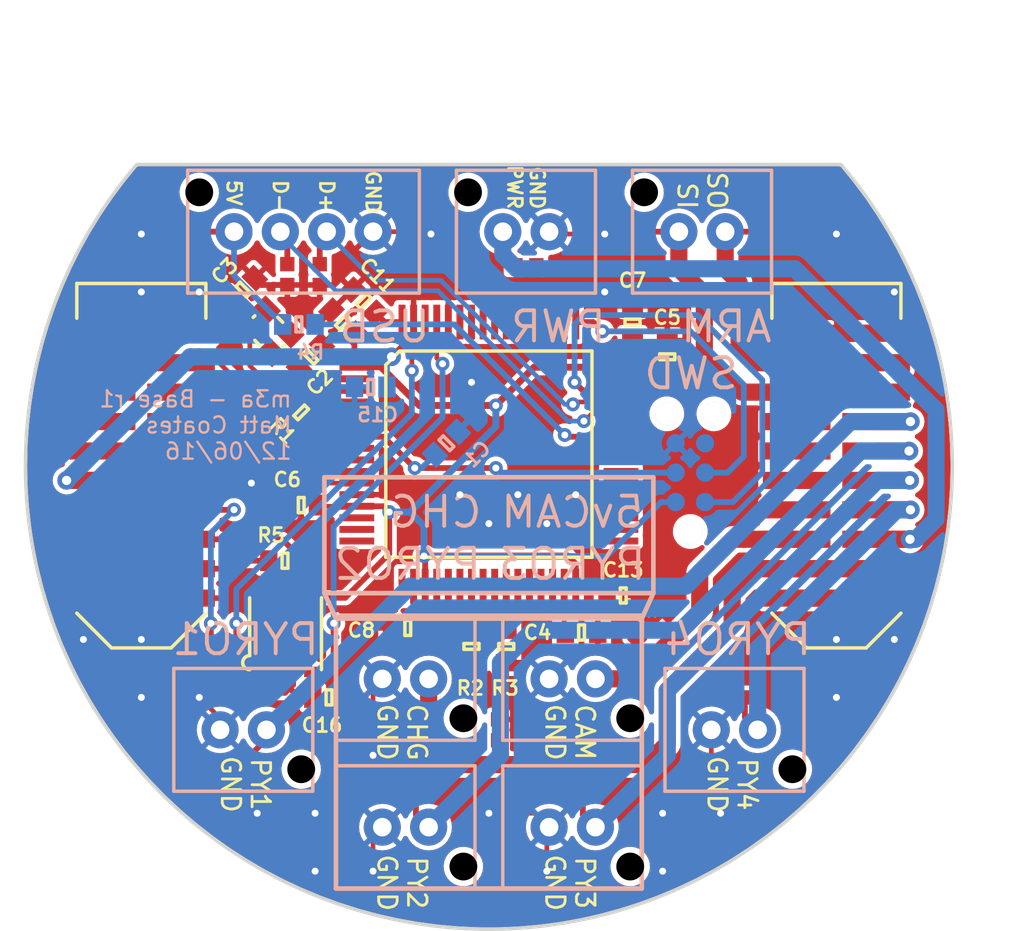
<source format=kicad_pcb>
(kicad_pcb (version 20221018) (generator pcbnew)
  (layers (0 "F.Cu" signal) (31 "B.Cu" signal) (34 "B.Paste" user) (35 "F.Paste" user) (36 "B.SilkS" user "B.Silkscreen") (37 "F.SilkS" user "F.Silkscreen") (38 "B.Mask" user) (39 "F.Mask" user) (44 "Edge.Cuts" user))
  (net 0 "")
  (net 1 "GND")
  (net 2 "/~{RST}")
  (net 3 "Net-(C2-Pad2)")
  (net 4 "Net-(C3-Pad2)")
  (net 5 "Net-(C4-Pad2)")
  (net 6 "Net-(C5-Pad2)")
  (net 7 "3v3")
  (net 8 "Net-(IC1-Pad2)")
  (net 9 "Net-(IC1-Pad3)")
  (net 10 "Net-(IC1-Pad4)")
  (net 11 "Net-(IC1-Pad6)")
  (net 12 "/JTMS")
  (net 13 "/JTCK")
  (net 14 "/JTDO")
  (net 15 "Net-(IC1-Pad14)")
  (net 16 "Net-(IC1-Pad15)")
  (net 17 "Net-(IC1-Pad16)")
  (net 18 "Net-(IC1-Pad17)")
  (net 19 "Net-(IC1-Pad20)")
  (net 20 "Net-(IC1-Pad21)")
  (net 21 "Net-(IC1-Pad22)")
  (net 22 "Net-(IC1-Pad23)")
  (net 23 "Net-(IC1-Pad24)")
  (net 24 "Net-(IC1-Pad25)")
  (net 25 "Net-(IC1-Pad26)")
  (net 26 "Net-(IC1-Pad27)")
  (net 27 "Net-(IC1-Pad28)")
  (net 28 "Net-(IC1-Pad29)")
  (net 29 "Net-(IC1-Pad30)")
  (net 30 "Net-(IC1-Pad33)")
  (net 31 "Net-(IC1-Pad34)")
  (net 32 "Net-(IC1-Pad35)")
  (net 33 "Net-(IC1-Pad36)")
  (net 34 "Net-(IC1-Pad37)")
  (net 35 "Net-(IC1-Pad38)")
  (net 36 "Net-(IC1-Pad39)")
  (net 37 "Net-(IC1-Pad40)")
  (net 38 "Net-(IC1-Pad41)")
  (net 39 "/OTG_HS_VBUS")
  (net 40 "Net-(IC1-Pad43)")
  (net 41 "/OTG_HS_DM")
  (net 42 "/OTG_HS_DP")
  (net 43 "/SWDIO")
  (net 44 "/SWCLK")
  (net 45 "Net-(IC1-Pad50)")
  (net 46 "Net-(IC1-Pad51)")
  (net 47 "Net-(IC1-Pad52)")
  (net 48 "Net-(IC1-Pad53)")
  (net 49 "Net-(IC1-Pad54)")
  (net 50 "Net-(IC1-Pad55)")
  (net 51 "Net-(IC1-Pad56)")
  (net 52 "Net-(IC1-Pad57)")
  (net 53 "Net-(IC1-Pad58)")
  (net 54 "Net-(IC1-Pad59)")
  (net 55 "/CAN_RXD")
  (net 56 "/CAN_TXD")
  (net 57 "/CAN-")
  (net 58 "/CAN+")
  (net 59 "/3v3_IMU")
  (net 60 "/3v3_RADIO")
  (net 61 "/3v3_FC")
  (net 62 "/3v3_PYRO")
  (net 63 "/JTDR")
  (net 64 "/RSVD1")
  (net 65 "/3v3_AUX1")
  (net 66 "/3v3_AUX2")
  (net 67 "/RSVD2")
  (net 68 "/PYRO_SO")
  (net 69 "/PYRO_SI")
  (net 70 "/5v_RADIO")
  (net 71 "/PYRO1")
  (net 72 "/5v_IMU")
  (net 73 "/PYRO2")
  (net 74 "/5v_AUX1")
  (net 75 "/PYRO3")
  (net 76 "/5v_AUX2")
  (net 77 "/PYRO4")
  (net 78 "/5v_CAM")
  (net 79 "/PWR")
  (net 80 "/CHARGE")
  (net 81 "Net-(P1-Pad6)")
  (net 82 "/5v_CAN")
  (net 83 "Net-(D7-Pad1)")
  (footprint "agg:0603-L" (layer "F.Cu") (at 104 107.2 180)
    (fp_text reference "C4")
    (fp_text value "2u2")
  )
  (footprint "agg:0603-L" (layer "F.Cu") (at 107.7 95.3 -90)
    (fp_text reference "C5")
    (fp_text value "2u2")
  )
  (footprint "agg:0603-L" (layer "F.Cu") (at 91.9 101.7 180)
    (fp_text reference "C6")
    (fp_text value "1u")
  )
  (footprint "agg:0603-L" (layer "F.Cu") (at 106.2 93.8 90)
    (fp_text reference "C7")
    (fp_text value "100n")
  )
  (footprint "agg:0603-L" (layer "F.Cu") (at 96.5 107 180)
    (fp_text reference "C8")
    (fp_text value "100n")
  )
  (footprint "agg:0603-L" (layer "F.Cu") (at 94.6 92.9 135)
    (fp_text reference "C11")
    (fp_text value "100n")
  )
  (footprint "agg:0603-L" (layer "F.Cu") (at 93.7 93.8 135)
    (fp_text reference "C12")
    (fp_text value "100n")
  )
  (footprint "agg:0603-L" (layer "F.Cu") (at 105.8 105.6)
    (fp_text reference "C13")
    (fp_text value "100n")
  )
  (footprint "agg:0603-L" (layer "F.Cu") (at 99.25 107.8 90)
    (fp_text reference "R2")
    (fp_text value "4K7")
  )
  (footprint "agg:0603-L" (layer "F.Cu") (at 100.75 107.8 90)
    (fp_text reference "R3")
    (fp_text value "10K")
  )
  (footprint "agg:0603-L" (layer "F.Cu") (at 92.3 95.3 -135)
    (fp_text reference "C2")
    (fp_text value "10p")
  )
  (footprint "agg:0603-L" (layer "F.Cu") (at 89.4 92.4 -135)
    (fp_text reference "C3")
    (fp_text value "10p")
  )
  (footprint "agg:0603-L" (layer "F.Cu") (at 93.1 110)
    (fp_text reference "C16")
    (fp_text value "100n")
  )
  (footprint "agg:LQFP-64" (layer "F.Cu") (at 100 99.5)
    (fp_text reference "IC1")
    (fp_text value "STM32F405RxTx")
  )
  (footprint "agg:DFN-8-EP-MICROCHIP" (layer "F.Cu") (at 91.225 107.25 90)
    (fp_text reference "IC2")
    (fp_text value "MCP2562")
  )
  (footprint "agg:TFML-110-02-L-D" (layer "F.Cu") (at 85 100 -90)
    (fp_text reference "J1")
    (fp_text value "WEST TOP")
  )
  (footprint "agg:TFML-110-02-L-D" (layer "F.Cu") (at 115 100 -90)
    (fp_text reference "J2")
    (fp_text value "EAST TOP")
  )
  (footprint "agg:0603-L" (layer "F.Cu") (at 91.9 97.7 -45)
    (fp_text reference "R1")
    (fp_text value "100R")
  )
  (footprint "agg:0603-L" (layer "F.Cu") (at 91.2 104.1 180)
    (fp_text reference "R5")
    (fp_text value "120R")
  )
  (footprint "agg:XTAL-20x16" (layer "F.Cu") (at 90.5 94.2 45)
    (fp_text reference "Y1")
    (fp_text value "26MHz")
  )
  (footprint "agg:0402" (layer "F.Cu") (at 86.8 111.4 90)
    (fp_text reference "D1")
    (fp_text value "ESD_DIODE")
  )
  (footprint "agg:0402" (layer "F.Cu") (at 96.4 114.2 180)
    (fp_text reference "D2")
    (fp_text value "ESD_DIODE")
  )
  (footprint "agg:0402" (layer "F.Cu") (at 103.605 114.2 180)
    (fp_text reference "D3")
    (fp_text value "ESD_DIODE")
  )
  (footprint "agg:0402" (layer "F.Cu") (at 110.6 110 180)
    (fp_text reference "D4")
    (fp_text value "ESD_DIODE")
  )
  (footprint "agg:0402" (layer "F.Cu") (at 92.7 91.75 -90)
    (fp_text reference "D5")
    (fp_text value "ESD_DIODE")
  )
  (footprint "agg:0402" (layer "F.Cu") (at 91.3 91.75 -90)
    (fp_text reference "D6")
    (fp_text value "ESD_DIODE")
  )
  (footprint "agg:0402" (layer "F.Cu") (at 86.95 89.9 180)
    (fp_text reference "D7")
    (fp_text value "ESD_DIODE")
  )
  (footprint "agg:0402" (layer "F.Cu") (at 101.6 91.35)
    (fp_text reference "D8")
    (fp_text value "ESD_DIODE")
  )
  (footprint "agg:0402" (layer "F.Cu") (at 106.718198 107.181802 45)
    (fp_text reference "D9")
    (fp_text value "ESD_DIODE")
  )
  (footprint "agg:0402" (layer "F.Cu") (at 100.4 111.4 90)
    (fp_text reference "D10")
    (fp_text value "ESD_DIODE")
  )
  (footprint "agg:0402" (layer "F.Cu") (at 112.15 89.9)
    (fp_text reference "D11")
    (fp_text value "ESD_DIODE")
  )
  (footprint "agg:0402" (layer "F.Cu") (at 106.3 89.9 180)
    (fp_text reference "D12")
    (fp_text value "ESD_DIODE")
  )
  (footprint "agg:0603-L" (layer "B.Cu") (at 98.16967 99.03033 -135)
    (fp_text reference "C1")
    (fp_text value "100n")
  )
  (footprint "agg:0603-L" (layer "B.Cu") (at 94.9 96.6 180)
    (fp_text reference "C15")
    (fp_text value "4u7")
  )
  (footprint "agg:B02B-PASK" (layer "B.Cu") (at 89.4 111.4)
    (fp_text reference "J5")
    (fp_text value "PYRO1")
  )
  (footprint "agg:B02B-PASK" (layer "B.Cu") (at 103.6 115.6)
    (fp_text reference "J6")
    (fp_text value "PYRO3")
  )
  (footprint "agg:B02B-PASK" (layer "B.Cu") (at 109.2 89.9 180)
    (fp_text reference "J7")
    (fp_text value "ARM")
  )
  (footprint "agg:B02B-PASK" (layer "B.Cu") (at 96.4 115.6)
    (fp_text reference "J8")
    (fp_text value "PYRO2")
  )
  (footprint "agg:B02B-PASK" (layer "B.Cu") (at 110.6 111.4)
    (fp_text reference "J9")
    (fp_text value "PYRO4")
  )
  (footprint "agg:B02B-PASK" (layer "B.Cu") (at 101.6 89.9 180)
    (fp_text reference "J10")
    (fp_text value "PWR")
  )
  (footprint "agg:B02B-PASK" (layer "B.Cu") (at 96.4 109.2)
    (fp_text reference "J11")
    (fp_text value "CHG")
  )
  (footprint "agg:B02B-PASK" (layer "B.Cu") (at 103.6 109.2)
    (fp_text reference "J12")
    (fp_text value "CAM")
  )
  (footprint "agg:B04B-PASK" (layer "B.Cu") (at 92 89.9 180)
    (fp_text reference "J13")
    (fp_text value "USB")
  )
  (footprint "agg:TC2030-NL" (layer "B.Cu") (at 108.7 100.3 90)
    (fp_text reference "P1")
    (fp_text value "SWD_TC")
  )
  (footprint "agg:0603-L" (layer "B.Cu") (at 91.8 93.9)
    (fp_text reference "R4")
    (fp_text value "1K")
  )
  (gr_line (start 92.9 105.5) (end 93.4 106.6) (stroke (width 0.2)) (layer "B.SilkS"))
  (gr_line (start 93.4 106.5) (end 93.4 118.25) (stroke (width 0.2)) (layer "B.SilkS"))
  (gr_line (start 106.6 106.6) (end 107.1 105.5) (stroke (width 0.2)) (layer "B.SilkS"))
  (gr_line (start 93.4 106.6) (end 106.6 106.6) (stroke (width 0.2)) (layer "B.SilkS"))
  (gr_line (start 107.1 100.5) (end 92.9 100.5) (stroke (width 0.2)) (layer "B.SilkS"))
  (gr_line (start 107.1 105.5) (end 92.9 105.5) (stroke (width 0.2)) (layer "B.SilkS"))
  (gr_line (start 106.125 106.475) (end 106.625 106.475) (stroke (width 0.2)) (layer "B.SilkS"))
  (gr_line (start 93.4 106.475) (end 102.65 106.475) (stroke (width 0.2)) (layer "B.SilkS"))
  (gr_line (start 102.65 106.475) (end 106.125 106.475) (stroke (width 0.2)) (layer "B.SilkS"))
  (gr_line (start 93.4 118.25) (end 106.6 118.25) (stroke (width 0.2)) (layer "B.SilkS"))
  (gr_line (start 107.1 100.5) (end 107.1 105.5) (stroke (width 0.2)) (layer "B.SilkS"))
  (gr_line (start 106.6 118.25) (end 106.6 106.55) (stroke (width 0.2)) (layer "B.SilkS"))
  (gr_line (start 92.9 105.5) (end 92.9 100.5) (stroke (width 0.2)) (layer "B.SilkS"))
  (gr_arc (start 115.2 87) (mid 100 120.001) (end 84.8 87) (stroke (width 0.15)) (layer "Edge.Cuts"))
  (gr_line (start 84.8 87) (end 115.2 87) (stroke (width 0.15)) (layer "Edge.Cuts"))
  (gr_text "R4" (at 92.3 95.1) (layer "B.SilkS") (effects (font (size 0.6 0.6) (thickness 0.12)) (justify mirror)))
  (gr_text "C1" (at 99.5 99.5 45) (layer "B.SilkS") (effects (font (size 0.6 0.6) (thickness 0.12)) (justify mirror)))
  (gr_text "C15" (at 95.2 97.8) (layer "B.SilkS") (effects (font (size 0.6 0.6) (thickness 0.12)) (justify mirror)))
  (gr_text "USB" (at 95.5 94) (layer "B.SilkS") (effects (font (size 1.3 1.3) (thickness 0.17)) (justify mirror)))
  (gr_text "PWR" (at 103 94) (layer "B.SilkS") (effects (font (size 1.3 1.3) (thickness 0.17)) (justify mirror)))
  (gr_text "ARM" (at 110.25 94) (layer "B.SilkS") (effects (font (size 1.3 1.3) (thickness 0.17)) (justify mirror)))
  (gr_text "PYRO1" (at 89.5 107.5) (layer "B.SilkS") (effects (font (size 1.3 1.3) (thickness 0.17)) (justify mirror)))
  (gr_text "PYRO2" (at 96.5 104.25) (layer "B.SilkS") (effects (font (size 1.3 1.3) (thickness 0.17)) (justify mirror)))
  (gr_text "CHG" (at 97.7 102) (layer "B.SilkS") (effects (font (size 1.3 1.3) (thickness 0.17)) (justify mirror)))
  (gr_text "5vCAM" (at 103.6 102) (layer "B.SilkS") (effects (font (size 1.3 1.3) (thickness 0.17)) (justify mirror)))
  (gr_text "PYRO3" (at 103.6 104.25) (layer "B.SilkS") (effects (font (size 1.3 1.3) (thickness 0.17)) (justify mirror)))
  (gr_text "PYRO4" (at 110.75 107.5) (layer "B.SilkS") (effects (font (size 1.3 1.3) (thickness 0.17)) (justify mirror)))
  (gr_text "SWD" (at 108.725 96.025) (layer "B.SilkS") (effects (font (size 1.3 1.3) (thickness 0.17)) (justify mirror)))
  (gr_text "m3a - Base r1\nMatt Coates\n12/06/16" (at 91.55 98.25) (layer "B.SilkS") (effects (font (size 0.7 0.7) (thickness 0.1)) (justify left mirror)))
  (gr_text "C3" (at 88.6 91.6 45) (layer "F.SilkS") (effects (font (size 0.6 0.6) (thickness 0.12))))
  (gr_text "C2" (at 92.7 96.4 45) (layer "F.SilkS") (effects (font (size 0.6 0.6) (thickness 0.12))))
  (gr_text "R1" (at 91.1 98.5 315) (layer "F.SilkS") (effects (font (size 0.6 0.6) (thickness 0.12))))
  (gr_text "C6" (at 91.3 100.6) (layer "F.SilkS") (effects (font (size 0.6 0.6) (thickness 0.12))))
  (gr_text "R5" (at 90.6 103) (layer "F.SilkS") (effects (font (size 0.6 0.6) (thickness 0.12))))
  (gr_text "C8" (at 94.5 107.1) (layer "F.SilkS") (effects (font (size 0.6 0.6) (thickness 0.12))))
  (gr_text "R2" (at 99.2 109.6) (layer "F.SilkS") (effects (font (size 0.6 0.6) (thickness 0.12))))
  (gr_text "R3" (at 100.7 109.6) (layer "F.SilkS") (effects (font (size 0.6 0.6) (thickness 0.12))))
  (gr_text "C4" (at 102.1 107.2) (layer "F.SilkS") (effects (font (size 0.6 0.6) (thickness 0.12))))
  (gr_text "C13" (at 105.8 104.5) (layer "F.SilkS") (effects (font (size 0.6 0.6) (thickness 0.12))))
  (gr_text "C7" (at 106.2 92) (layer "F.SilkS") (effects (font (size 0.6 0.6) (thickness 0.12))))
  (gr_text "C5" (at 107.7 93.6) (layer "F.SilkS") (effects (font (size 0.6 0.6) (thickness 0.12))))
  (gr_text "C16" (at 92.8 111.2) (layer "F.SilkS") (effects (font (size 0.6 0.6) (thickness 0.12))))
  (gr_text "PY1\nGND" (at 89.5 113.75 270) (layer "F.SilkS") (effects (font (size 0.8 0.8) (thickness 0.12))))
  (gr_text "PY2\nGND" (at 96.25 118 270) (layer "F.SilkS") (effects (font (size 0.8 0.8) (thickness 0.12))))
  (gr_text "PY3\nGND" (at 103.5 118 270) (layer "F.SilkS") (effects (font (size 0.8 0.8) (thickness 0.12))))
  (gr_text "PY4\nGND" (at 110.5 113.75 270) (layer "F.SilkS") (effects (font (size 0.8 0.8) (thickness 0.12))))
  (gr_text "CAM\nGND" (at 103.5 111.5 270) (layer "F.SilkS") (effects (font (size 0.8 0.8) (thickness 0.12))))
  (gr_text "CHG\nGND" (at 96.25 111.5 270) (layer "F.SilkS") (effects (font (size 0.8 0.8) (thickness 0.12))))
  (gr_text "SO\nSI" (at 109.2 89 270) (layer "F.SilkS") (effects (font (size 0.8 0.8) (thickness 0.12)) (justify right)))
  (gr_text "GND\nPWR" (at 101.6 89 270) (layer "F.SilkS") (effects (font (size 0.6 0.6) (thickness 0.12)) (justify right)))
  (gr_text "5V" (at 89 87.6 270) (layer "F.SilkS") (effects (font (size 0.6 0.6) (thickness 0.12)) (justify left)))
  (gr_text "D-" (at 91 87.6 270) (layer "F.SilkS") (effects (font (size 0.6 0.6) (thickness 0.12)) (justify left)))
  (gr_text "D+" (at 93 87.6 270) (layer "F.SilkS") (effects (font (size 0.6 0.6) (thickness 0.12)) (justify left)))
  (gr_text "GND" (at 95 87.2 270) (layer "F.SilkS") (effects (font (size 0.6 0.6) (thickness 0.12)) (justify left)))
  (gr_text "C11" (at 95.2 91.8 315) (layer "F.SilkS") (effects (font (size 0.6 0.6) (thickness 0.12))))
  (segment (start 90.9 107.575) (end 91.225 107.25) (width 0.25) (layer "F.Cu") (net 1))
  (segment (start 83.285 105.715) (end 86.715 105.715) (width 0.74) (layer "F.Cu") (net 1))
  (segment (start 95 117.5) (end 95 116) (width 0.2) (layer "F.Cu") (net 1))
  (segment (start 92.85 94.96005) (end 92.794975 94.905025) (width 0.2) (layer "F.Cu") (net 1))
  (segment (start 92.5 115) (end 90 115) (width 0.2) (layer "F.Cu") (net 1))
  (segment (start 92.5 117.5) (end 95 117.5) (width 0.2) (layer "F.Cu") (net 1))
  (segment (start 95 89.9) (end 97.4 89.9) (width 0.2) (layer "F.Cu") (net 1))
  (segment (start 102.5 102.5) (end 103.75 101.25) (width 0.2) (layer "F.Cu") (net 1))
  (segment (start 107.5 115) (end 107.5 117.5) (width 0.2) (layer "F.Cu") (net 1))
  (segment (start 115 107.5) (end 115 105.715) (width 0.2) (layer "F.Cu") (net 1))
  (segment (start 97.4 89.9) (end 97.5 90) (width 0.2) (layer "F.Cu") (net 1))
  (segment (start 110 115) (end 109.5 115) (width 0.2) (layer "F.Cu") (net 1))
  (segment (start 113.285 105.715) (end 115 105.715) (width 0.74) (layer "F.Cu") (net 1))
  (segment (start 89.75 100.75) (end 90.25 100.75) (width 0.2) (layer "F.Cu") (net 1))
  (segment (start 113.285 94.285) (end 115 94.285) (width 0.74) (layer "F.Cu") (net 1))
  (segment (start 96.5 106.4) (end 96.5 107) (width 0.2) (layer "F.Cu") (net 1))
  (segment (start 101.25 101.25) (end 102.5 102.5) (width 0.2) (layer "F.Cu") (net 1))
  (segment (start 91.3 92.2) (end 90.18995 92.2) (width 0.25) (layer "F.Cu") (net 1))
  (segment (start 115 90) (end 117.5 92.5) (width 0.2) (layer "F.Cu") (net 1))
  (segment (start 100 102.5) (end 101.25 101.25) (width 0.2) (layer "F.Cu") (net 1))
  (segment (start 95 112.5) (end 95 109.6) (width 0.2) (layer "F.Cu") (net 1))
  (segment (start 96.5 107) (end 95.8 107) (width 0.2) (layer "F.Cu") (net 1))
  (segment (start 92.83033 94.86967) (end 92.83033 94.88033) (width 0.25) (layer "F.Cu") (net 1))
  (segment (start 85 94.285) (end 86.715 94.285) (width 0.74) (layer "F.Cu") (net 1))
  (segment (start 85 92.5) (end 87.5 92.5) (width 0.2) (layer "F.Cu") (net 1))
  (segment (start 109.5 115) (end 107.5 115) (width 0.2) (layer "F.Cu") (net 1))
  (segment (start 88.4 110.9) (end 88.4 111.4) (width 0.2) (layer "F.Cu") (net 1))
  (segment (start 95 109.6) (end 95.4 109.2) (width 0.2) (layer "F.Cu") (net 1))
  (segment (start 95 116) (end 95.4 115.6) (width 0.2) (layer "F.Cu") (net 1))
  (segment (start 102.5 117.5) (end 102.5 115.7) (width 0.2) (layer "F.Cu") (net 1))
  (segment (start 105 92.5) (end 105.6 92.5) (width 0.2) (layer "F.Cu") (net 1))
  (segment (start 90.9 108.8) (end 90.9 107.575) (width 0.25) (layer "F.Cu") (net 1))
  (segment (start 105 90) (end 102.7 90) (width 0.2) (layer "F.Cu") (net 1))
  (segment (start 87.5 110) (end 88.4 110.9) (width 0.2) (layer "F.Cu") (net 1))
  (segment (start 109.6 114.9) (end 109.5 115) (width 0.2) (layer "F.Cu") (net 1))
  (segment (start 87.5 110) (end 85 110) (width 0.2) (layer "F.Cu") (net 1))
  (segment (start 92.5 117.5) (end 92.5 115) (width 0.2) (layer "F.Cu") (net 1))
  (segment (start 102 115) (end 102.6 115.6) (width 0.2) (layer "F.Cu") (net 1))
  (segment (start 102.5 115.7) (end 102.6 115.6) (width 0.2) (layer "F.Cu") (net 1))
  (segment (start 90.18995 92.2) (end 89.894975 91.905025) (width 0.25) (layer "F.Cu") (net 1))
  (segment (start 115 90) (end 115 94.285) (width 0.2) (layer "F.Cu") (net 1))
  (segment (start 83.285 94.285) (end 85 94.285) (width 0.74) (layer "F.Cu") (net 1))
  (segment (start 117.5 107.5) (end 115 107.5) (width 0.2) (layer "F.Cu") (net 1))
  (segment (start 115 105.715) (end 116.715 105.715) (width 0.74) (layer "F.Cu") (net 1))
  (segment (start 85 92.5) (end 85 94.285) (width 0.2) (layer "F.Cu") (net 1))
  (segment (start 105.6 92.5) (end 106.2 93.1) (width 0.2) (layer "F.Cu") (net 1))
  (segment (start 98.75 101.25) (end 100 102.5) (width 0.2) (layer "F.Cu") (net 1))
  (segment (start 100 115) (end 102 115) (width 0.2) (layer "F.Cu") (net 1))
  (segment (start 102.7 90) (end 102.6 89.9) (width 0.2) (layer "F.Cu") (net 1))
  (segment (start 109.6 111.4) (end 109.6 114.9) (width 0.2) (layer "F.Cu") (net 1))
  (segment (start 115 94.285) (end 116.715 94.285) (width 0.74) (layer "F.Cu") (net 1))
  (segment (start 96.75 105.2) (end 96.75 106.15) (width 0.2) (layer "F.Cu") (net 1))
  (segment (start 85 110) (end 85 107.5) (width 0.2) (layer "F.Cu") (net 1))
  (segment (start 87.5 92.5) (end 85 90) (width 0.2) (layer "F.Cu") (net 1))
  (segment (start 85 107.5) (end 82.5 107.5) (width 0.2) (layer "F.Cu") (net 1))
  (segment (start 94.3 101.25) (end 98.75 101.25) (width 0.2) (layer "F.Cu") (net 1))
  (segment (start 90.25 100.75) (end 91.2 101.7) (width 0.2) (layer "F.Cu") (net 1))
  (segment (start 115 110) (end 115 107.5) (width 0.2) (layer "F.Cu") (net 1))
  (segment (start 96.75 106.15) (end 96.5 106.4) (width 0.2) (layer "F.Cu") (net 1))
  (via (at 85 90) (size 0.6) (drill 0.3) (layers "F.Cu" "B.Cu") (net 1))
  (via (at 85 92.5) (size 0.6) (drill 0.3) (layers "F.Cu" "B.Cu") (net 1))
  (via (at 87.5 92.5) (size 0.6) (drill 0.3) (layers "F.Cu" "B.Cu") (net 1))
  (via (at 97.5 90) (size 0.6) (drill 0.3) (layers "F.Cu" "B.Cu") (net 1))
  (via (at 105 90) (size 0.6) (drill 0.3) (layers "F.Cu" "B.Cu") (net 1))
  (via (at 105 92.5) (size 0.6) (drill 0.3) (layers "F.Cu" "B.Cu") (net 1))
  (via (at 115 90) (size 0.6) (drill 0.3) (layers "F.Cu" "B.Cu") (net 1))
  (via (at 117.5 92.5) (size 0.6) (drill 0.3) (layers "F.Cu" "B.Cu") (net 1))
  (via (at 102.5 102.5) (size 0.6) (drill 0.3) (layers "F.Cu" "B.Cu") (net 1))
  (via (at 100 102.5) (size 0.6) (drill 0.3) (layers "F.Cu" "B.Cu") (net 1))
  (via (at 115 107.5) (size 0.6) (drill 0.3) (layers "F.Cu" "B.Cu") (net 1))
  (via (at 115 110) (size 0.6) (drill 0.3) (layers "F.Cu" "B.Cu") (net 1))
  (via (at 117.5 107.5) (size 0.6) (drill 0.3) (layers "F.Cu" "B.Cu") (net 1))
  (via (at 110 115) (size 0.6) (drill 0.3) (layers "F.Cu" "B.Cu") (net 1))
  (via (at 107.5 115) (size 0.6) (drill 0.3) (layers "F.Cu" "B.Cu") (net 1))
  (via (at 107.5 117.5) (size 0.6) (drill 0.3) (layers "F.Cu" "B.Cu") (net 1))
  (via (at 102.5 117.5) (size 0.6) (drill 0.3) (layers "F.Cu" "B.Cu") (net 1))
  (via (at 100 115) (size 0.6) (drill 0.3) (layers "F.Cu" "B.Cu") (net 1))
  (via (at 92.5 115) (size 0.6) (drill 0.3) (layers "F.Cu" "B.Cu") (net 1))
  (via (at 95 112.5) (size 0.6) (drill 0.3) (layers "F.Cu" "B.Cu") (net 1))
  (via (at 90 115) (size 0.6) (drill 0.3) (layers "F.Cu" "B.Cu") (net 1))
  (via (at 85 110) (size 0.6) (drill 0.3) (layers "F.Cu" "B.Cu") (net 1))
  (via (at 85 107.5) (size 0.6) (drill 0.3) (layers "F.Cu" "B.Cu") (net 1))
  (via (at 82.5 107.5) (size 0.6) (drill 0.3) (layers "F.Cu" "B.Cu") (net 1))
  (via (at 101.25 101.25) (size 0.6) (drill 0.3) (layers "F.Cu" "B.Cu") (net 1))
  (via (at 98.75 101.25) (size 0.6) (drill 0.3) (layers "F.Cu" "B.Cu") (net 1))
  (via (at 103.75 101.25) (size 0.6) (drill 0.3) (layers "F.Cu" "B.Cu") (net 1))
  (via (at 89.75 100.75) (size 0.6) (drill 0.3) (layers "F.Cu" "B.Cu") (net 1))
  (via (at 87.5 110) (size 0.6) (drill 0.3) (layers "F.Cu" "B.Cu") (net 1))
  (via (at 95 117.5) (size 0.6) (drill 0.3) (layers "F.Cu" "B.Cu") (net 1))
  (via (at 92.5 117.5) (size 0.6) (drill 0.3) (layers "F.Cu" "B.Cu") (net 1))
  (via (at 99.25 96.4) (size 0.6) (drill 0.3) (layers "F.Cu" "B.Cu") (net 1))
  (segment (start 98.7 98.5) (end 98.7 98.45) (width 0.25) (layer "B.Cu") (net 1))
  (segment (start 98.7 98.45) (end 99.25 97.9) (width 0.25) (layer "B.Cu") (net 1))
  (segment (start 99.25 97.9) (end 99.25 96.4) (width 0.25) (layer "B.Cu") (net 1))
  (segment (start 100.3 100.1) (end 96.8 100.1) (width 0.25) (layer "F.Cu") (net 2))
  (segment (start 95.45 98.75) (end 96.8 100.1) (width 0.25) (layer "F.Cu") (net 2))
  (segment (start 94.3 98.75) (end 95.45 98.75) (width 0.25) (layer "F.Cu") (net 2))
  (via (at 100.3 100.1) (size 0.6) (drill 0.3) (layers "F.Cu" "B.Cu") (net 2))
  (via (at 96.8 100.1) (size 0.6) (drill 0.3) (layers "F.Cu" "B.Cu") (net 2))
  (segment (start 108.06 100.3) (end 100.5 100.3) (width 0.25) (layer "B.Cu") (net 2))
  (segment (start 97.1 100.1) (end 97.674695 99.525305) (width 0.25) (layer "B.Cu") (net 2))
  (segment (start 100.5 100.3) (end 100.3 100.1) (width 0.25) (layer "B.Cu") (net 2))
  (segment (start 96.8 100.1) (end 97.1 100.1) (width 0.25) (layer "B.Cu") (net 2))
  (segment (start 91.76967 96.36967) (end 91.76967 95.93033) (width 0.2) (layer "F.Cu") (net 3))
  (segment (start 94.3 97.75) (end 93.15 97.75) (width 0.2) (layer "F.Cu") (net 3))
  (segment (start 91.129289 95.119239) (end 90.606066 95.119239) (width 0.2) (layer "F.Cu") (net 3))
  (segment (start 93.15 97.75) (end 91.76967 96.36967) (width 0.2) (layer "F.Cu") (net 3))
  (segment (start 91.805025 95.794975) (end 91.129289 95.119239) (width 0.2) (layer "F.Cu") (net 3))
  (segment (start 89.680761 95.680761) (end 89.680761 94.293934) (width 0.2) (layer "F.Cu") (net 4))
  (segment (start 91.36967 97.16967) (end 91.16967 97.16967) (width 0.2) (layer "F.Cu") (net 4))
  (segment (start 88.905025 92.894975) (end 89.580761 93.570711) (width 0.2) (layer "F.Cu") (net 4))
  (segment (start 89.580761 93.570711) (end 89.580761 94.093934) (width 0.2) (layer "F.Cu") (net 4))
  (segment (start 91.16967 97.16967) (end 89.680761 95.680761) (width 0.2) (layer "F.Cu") (net 4))
  (segment (start 103.25 105.2) (end 103.25 107.15) (width 0.2) (layer "F.Cu") (net 5))
  (segment (start 103.25 107.15) (end 103.3 107.2) (width 0.2) (layer "F.Cu") (net 5))
  (segment (start 105.7 96.25) (end 107.5 96.25) (width 0.25) (layer "F.Cu") (net 6))
  (segment (start 107.5 96.25) (end 107.7 96.05) (width 0.25) (layer "F.Cu") (net 6))
  (segment (start 97 97.4) (end 95.35 95.75) (width 0.3) (layer "F.Cu") (net 7))
  (segment (start 97.25 106.7) (end 97.25 105.2) (width 0.2) (layer "F.Cu") (net 7))
  (segment (start 106.2 94.5) (end 105.7 95) (width 0.25) (layer "F.Cu") (net 7))
  (segment (start 105.1 105.6) (end 105.1 105.7) (width 0.25) (layer "F.Cu") (net 7))
  (segment (start 105.7 95.75) (end 104.25 95.75) (width 0.28) (layer "F.Cu") (net 7))
  (segment (start 97.2 107.1) (end 97.1 107) (width 0.2) (layer "F.Cu") (net 7))
  (segment (start 95.5 93.8) (end 95.4 93.7) (width 0.25) (layer "F.Cu") (net 7))
  (segment (start 93.8 105.7) (end 95.7 103.8) (width 0.25) (layer "F.Cu") (net 7))
  (segment (start 97.25 105.2) (end 97.25 103.95) (width 0.25) (layer "F.Cu") (net 7))
  (segment (start 97.2 103.9) (end 103.4 103.9) (width 0.3) (layer "F.Cu") (net 7))
  (segment (start 103.75 105.2) (end 103.75 104.25) (width 0.25) (layer "F.Cu") (net 7))
  (segment (start 100.3 97.4) (end 100.4 97.4) (width 0.25) (layer "F.Cu") (net 7))
  (segment (start 94.194975 95.644975) (end 94.3 95.75) (width 0.25) (layer "F.Cu") (net 7))
  (segment (start 104.7 105.2) (end 103.75 105.2) (width 0.25) (layer "F.Cu") (net 7))
  (segment (start 83.285 100.635) (end 81.775 100.635) (width 0.74) (layer "F.Cu") (net 7))
  (segment (start 95.7 103.8) (end 95.7 102) (width 0.25) (layer "F.Cu") (net 7))
  (segment (start 97.25 106.8) (end 97.25 106.7) (width 0.2) (layer "F.Cu") (net 7))
  (segment (start 94.194975 94.294975) (end 94.194975 95.644975) (width 0.25) (layer "F.Cu") (net 7))
  (segment (start 92.7 101.75) (end 92.65 101.7) (width 0.2) (layer "F.Cu") (net 7))
  (segment (start 104.25 95.75) (end 101.95 95.75) (width 0.3) (layer "F.Cu") (net 7))
  (segment (start 94.3 101.75) (end 95.45 101.75) (width 0.25) (layer "F.Cu") (net 7))
  (segment (start 100.3 97.4) (end 97 97.4) (width 0.3) (layer "F.Cu") (net 7))
  (segment (start 105.1 105.6) (end 104.7 105.2) (width 0.25) (layer "F.Cu") (net 7))
  (segment (start 94.3 101.75) (end 92.7 101.75) (width 0.2) (layer "F.Cu") (net 7))
  (segment (start 94.3 95.75) (end 95.35 95.75) (width 0.25) (layer "F.Cu") (net 7))
  (segment (start 101.95 95.75) (end 100.3 97.4) (width 0.3) (layer "F.Cu") (net 7))
  (segment (start 95.094975 93.394975) (end 95.4 93.7) (width 0.25) (layer "F.Cu") (net 7))
  (segment (start 103.75 104.25) (end 103.4 103.9) (width 0.28) (layer "F.Cu") (net 7))
  (segment (start 95.35 95.75) (end 95.8 95.3) (width 0.3) (layer "F.Cu") (net 7))
  (segment (start 96.25 93.8) (end 95.5 93.8) (width 0.25) (layer "F.Cu") (net 7))
  (segment (start 105.7 95) (end 105.7 95.75) (width 0.25) (layer "F.Cu") (net 7))
  (segment (start 97.25 103.95) (end 97.2 103.9) (width 0.25) (layer "F.Cu") (net 7))
  (segment (start 92.2 105.7) (end 93.8 105.7) (width 0.25) (layer "F.Cu") (net 7))
  (segment (start 95.45 101.75) (end 95.7 102) (width 0.25) (layer "F.Cu") (net 7))
  (segment (start 94.33033 95.71967) (end 94.3 95.75) (width 0.2) (layer "F.Cu") (net 7))
  (segment (start 96.25 93.8) (end 96.25 94.85) (width 0.25) (layer "F.Cu") (net 7))
  (segment (start 99.2 107.1) (end 97.2 107.1) (width 0.2) (layer "F.Cu") (net 7))
  (segment (start 95.8 95.3) (end 96.25 94.85) (width 0.25) (layer "F.Cu") (net 7))
  (via (at 100.3 97.4) (size 0.6) (drill 0.3) (layers "F.Cu" "B.Cu") (net 7))
  (via (at 95.8 95.3) (size 0.8) (drill 0.4) (layers "F.Cu" "B.Cu") (net 7))
  (via (at 95.7 102) (size 0.6) (drill 0.3) (layers "F.Cu" "B.Cu") (net 7))
  (via (at 97.2 103.9) (size 0.6) (drill 0.3) (layers "F.Cu" "B.Cu") (net 7))
  (via (at 81.775 100.635) (size 0.8) (drill 0.4) (layers "F.Cu" "B.Cu") (net 7))
  (segment (start 87.5 95.3) (end 95.8 95.3) (width 0.74) (layer "B.Cu") (net 7))
  (segment (start 95.7 102) (end 96.6 102) (width 0.3) (layer "B.Cu") (net 7))
  (segment (start 107.43 101.57) (end 105.1 103.9) (width 0.25) (layer "B.Cu") (net 7))
  (segment (start 97.2 102.6) (end 96.6 102) (width 0.3) (layer "B.Cu") (net 7))
  (segment (start 81.775 100.635) (end 87.11 95.3) (width 0.74) (layer "B.Cu") (net 7))
  (segment (start 97.2 103.9) (end 97.2 102.6) (width 0.3) (layer "B.Cu") (net 7))
  (segment (start 95.6 95.5) (end 95.8 95.3) (width 0.25) (layer "B.Cu") (net 7))
  (segment (start 100.3 98.3) (end 100.3 97.4) (width 0.3) (layer "B.Cu") (net 7))
  (segment (start 105.1 103.9) (end 97.2 103.9) (width 0.25) (layer "B.Cu") (net 7))
  (segment (start 108.06 101.57) (end 107.43 101.57) (width 0.25) (layer "B.Cu") (net 7))
  (segment (start 96.6 102) (end 100.3 98.3) (width 0.3) (layer "B.Cu") (net 7))
  (segment (start 95.6 96.6) (end 95.6 95.5) (width 0.25) (layer "B.Cu") (net 7))
  (segment (start 87.11 95.3) (end 87.5 95.3) (width 0.74) (layer "B.Cu") (net 7))
  (segment (start 92.45 98.25) (end 92.43033 98.23033) (width 0.2) (layer "F.Cu") (net 11))
  (segment (start 94.3 98.25) (end 92.45 98.25) (width 0.2) (layer "F.Cu") (net 11))
  (segment (start 94.3 99.25) (end 92.75 99.25) (width 0.2) (layer "F.Cu") (net 12))
  (segment (start 92.05 99.25) (end 92.75 99.25) (width 0.2) (layer "F.Cu") (net 12))
  (segment (start 86.715 95.555) (end 88.355 95.555) (width 0.2) (layer "F.Cu") (net 12))
  (segment (start 88.355 95.555) (end 92.05 99.25) (width 0.2) (layer "F.Cu") (net 12))
  (segment (start 88.925 96.825) (end 86.715 96.825) (width 0.2) (layer "F.Cu") (net 13))
  (segment (start 94.3 99.75) (end 91.85 99.75) (width 0.2) (layer "F.Cu") (net 13))
  (segment (start 91.85 99.75) (end 88.925 96.825) (width 0.2) (layer "F.Cu") (net 13))
  (segment (start 91.65 100.25) (end 89.495 98.095) (width 0.2) (layer "F.Cu") (net 14))
  (segment (start 94.3 100.25) (end 91.65 100.25) (width 0.2) (layer "F.Cu") (net 14))
  (segment (start 89.495 98.095) (end 86.715 98.095) (width 0.2) (layer "F.Cu") (net 14))
  (segment (start 100.75 105.2) (end 100.75 107.05) (width 0.2) (layer "F.Cu") (net 25))
  (segment (start 100.8 107.05) (end 100.75 107.1) (width 0.2) (layer "F.Cu") (net 25))
  (segment (start 99.35 108.5) (end 100.75 107.1) (width 0.2) (layer "F.Cu") (net 25))
  (segment (start 99.25 108.5) (end 99.35 108.5) (width 0.2) (layer "F.Cu") (net 25))
  (segment (start 103.35 98.75) (end 103.275 98.675) (width 0.25) (layer "F.Cu") (net 39))
  (segment (start 105.7 98.75) (end 103.35 98.75) (width 0.25) (layer "F.Cu") (net 39))
  (via (at 103.275 98.675) (size 0.6) (drill 0.3) (layers "F.Cu" "B.Cu") (net 39))
  (segment (start 98.5 93.9) (end 92.5 93.9) (width 0.25) (layer "B.Cu") (net 39))
  (segment (start 103.275 98.675) (end 98.5 93.9) (width 0.25) (layer "B.Cu") (net 39))
  (segment (start 105.7 97.75) (end 104.45 97.75) (width 0.2) (layer "F.Cu") (net 41))
  (segment (start 91.3 90.2) (end 91 89.9) (width 0.25) (layer "F.Cu") (net 41))
  (segment (start 104.125 98.075) (end 104.1 98.075) (width 0.2) (layer "F.Cu") (net 41))
  (segment (start 91.3 91.3) (end 91.3 90.2) (width 0.25) (layer "F.Cu") (net 41))
  (segment (start 104.45 97.75) (end 104.125 98.075) (width 0.2) (layer "F.Cu") (net 41))
  (via (at 104.1 98.075) (size 0.6) (drill 0.3) (layers "F.Cu" "B.Cu") (net 41))
  (segment (start 93.4 92.45) (end 91 90.05) (width 0.2) (layer "B.Cu") (net 41))
  (segment (start 97.8 92.45) (end 93.4 92.45) (width 0.2) (layer "B.Cu") (net 41))
  (segment (start 91 90.05) (end 91 89.9) (width 0.2) (layer "B.Cu") (net 41))
  (segment (start 104.1 98.075) (end 103.425 98.075) (width 0.2) (layer "B.Cu") (net 41))
  (segment (start 103.425 98.075) (end 97.8 92.45) (width 0.2) (layer "B.Cu") (net 41))
  (segment (start 103.65 97.35) (end 103.625 97.35) (width 0.2) (layer "F.Cu") (net 42))
  (segment (start 103.75 97.25) (end 103.65 97.35) (width 0.2) (layer "F.Cu") (net 42))
  (segment (start 92.7 91.3) (end 92.7 90.2) (width 0.25) (layer "F.Cu") (net 42))
  (segment (start 105.7 97.25) (end 103.75 97.25) (width 0.2) (layer "F.Cu") (net 42))
  (segment (start 92.7 90.2) (end 93 89.9) (width 0.25) (layer "F.Cu") (net 42))
  (via (at 103.625 97.35) (size 0.6) (drill 0.3) (layers "F.Cu" "B.Cu") (net 42))
  (segment (start 95.05 92) (end 97.925 92) (width 0.2) (layer "B.Cu") (net 42))
  (segment (start 97.925 92) (end 103.275 97.35) (width 0.2) (layer "B.Cu") (net 42))
  (segment (start 95.05 92) (end 93 89.95) (width 0.2) (layer "B.Cu") (net 42))
  (segment (start 103.275 97.35) (end 103.625 97.35) (width 0.2) (layer "B.Cu") (net 42))
  (segment (start 93 89.95) (end 93 89.9) (width 0.2) (layer "B.Cu") (net 42))
  (segment (start 104.05 96.75) (end 105.7 96.75) (width 0.25) (layer "F.Cu") (net 43))
  (segment (start 103.7 96.4) (end 104.05 96.75) (width 0.25) (layer "F.Cu") (net 43))
  (via (at 103.7 96.4) (size 0.6) (drill 0.3) (layers "F.Cu" "B.Cu") (net 43))
  (segment (start 103.7 93.9) (end 103.7 96.4) (width 0.25) (layer "B.Cu") (net 43))
  (segment (start 104.1 93.5) (end 103.7 93.9) (width 0.25) (layer "B.Cu") (net 43))
  (segment (start 110.53 101.57) (end 111.8 100.3) (width 0.25) (layer "B.Cu") (net 43))
  (segment (start 109.33 101.57) (end 110.53 101.57) (width 0.25) (layer "B.Cu") (net 43))
  (segment (start 111.8 96.3) (end 109 93.5) (width 0.25) (layer "B.Cu") (net 43))
  (segment (start 111.8 100.3) (end 111.8 96.3) (width 0.25) (layer "B.Cu") (net 43))
  (segment (start 109 93.5) (end 104.1 93.5) (width 0.25) (layer "B.Cu") (net 43))
  (segment (start 104.9 94.2) (end 104.5 93.8) (width 0.25) (layer "F.Cu") (net 44))
  (segment (start 104.5 93.8) (end 103.75 93.8) (width 0.25) (layer "F.Cu") (net 44))
  (via (at 104.9 94.2) (size 0.6) (drill 0.3) (layers "F.Cu" "B.Cu") (net 44))
  (segment (start 111 96.5) (end 108.7 94.2) (width 0.25) (layer "B.Cu") (net 44))
  (segment (start 111 99.6) (end 111 96.5) (width 0.25) (layer "B.Cu") (net 44))
  (segment (start 108.7 94.2) (end 104.9 94.2) (width 0.25) (layer "B.Cu") (net 44))
  (segment (start 109.33 100.3) (end 110.3 100.3) (width 0.25) (layer "B.Cu") (net 44))
  (segment (start 110.3 100.3) (end 111 99.6) (width 0.25) (layer "B.Cu") (net 44))
  (segment (start 93.3 107.1) (end 93.3 106.8) (width 0.25) (layer "F.Cu") (net 55))
  (segment (start 92.2 108.8) (end 92.9 108.8) (width 0.25) (layer "F.Cu") (net 55))
  (segment (start 97.75 93.8) (end 97.75 95.35) (width 0.2) (layer "F.Cu") (net 55))
  (segment (start 93.3 108.4) (end 93.3 107.1) (width 0.25) (layer "F.Cu") (net 55))
  (segment (start 97.75 95.35) (end 98 95.6) (width 0.2) (layer "F.Cu") (net 55))
  (segment (start 92.9 108.8) (end 93.3 108.4) (width 0.25) (layer "F.Cu") (net 55))
  (via (at 98 95.6) (size 0.6) (drill 0.3) (layers "F.Cu" "B.Cu") (net 55))
  (via (at 93.3 106.8) (size 0.6) (drill 0.3) (layers "F.Cu" "B.Cu") (net 55))
  (segment (start 93.3 106.8) (end 93.3 102.625) (width 0.25) (layer "B.Cu") (net 55))
  (segment (start 93.3 102.625) (end 98 97.925) (width 0.25) (layer "B.Cu") (net 55))
  (segment (start 98 95.6) (end 98 97.925) (width 0.25) (layer "B.Cu") (net 55))
  (segment (start 89.1 108.3) (end 89.1 106.8) (width 0.25) (layer "F.Cu") (net 56))
  (segment (start 97.25 94.825) (end 96.675 95.4) (width 0.2) (layer "F.Cu") (net 56))
  (segment (start 90.25 108.8) (end 89.6 108.8) (width 0.25) (layer "F.Cu") (net 56))
  (segment (start 97.25 93.8) (end 97.25 94.825) (width 0.2) (layer "F.Cu") (net 56))
  (segment (start 89.6 108.8) (end 89.1 108.3) (width 0.25) (layer "F.Cu") (net 56))
  (segment (start 96.675 95.4) (end 96.675 95.9) (width 0.2) (layer "F.Cu") (net 56))
  (via (at 89.1 106.8) (size 0.6) (drill 0.3) (layers "F.Cu" "B.Cu") (net 56))
  (via (at 96.675 95.9) (size 0.6) (drill 0.3) (layers "F.Cu" "B.Cu") (net 56))
  (segment (start 89.1 105.325) (end 89.1 106.8) (width 0.25) (layer "B.Cu") (net 56))
  (segment (start 96.675 95.9) (end 96.675 97.75) (width 0.25) (layer "B.Cu") (net 56))
  (segment (start 96.675 97.75) (end 89.1 105.325) (width 0.25) (layer "B.Cu") (net 56))
  (segment (start 91.55 105.7) (end 91.55 104.45) (width 0.25) (layer "F.Cu") (net 57))
  (segment (start 91.55 104.45) (end 91.9 104.1) (width 0.25) (layer "F.Cu") (net 57))
  (segment (start 91.075 103.175) (end 86.715 103.175) (width 0.25) (layer "F.Cu") (net 57))
  (segment (start 91.9 104.1) (end 91.9 104) (width 0.25) (layer "F.Cu") (net 57))
  (segment (start 91.9 104) (end 91.075 103.175) (width 0.25) (layer "F.Cu") (net 57))
  (segment (start 90.9 105.7) (end 90.9 104.5) (width 0.25) (layer "F.Cu") (net 58))
  (segment (start 90.5 104.1) (end 89.3 104.1) (width 0.25) (layer "F.Cu") (net 58))
  (segment (start 90.9 104.5) (end 90.5 104.1) (width 0.25) (layer "F.Cu") (net 58))
  (segment (start 88.955 104.445) (end 88.445 104.445) (width 0.25) (layer "F.Cu") (net 58))
  (segment (start 88.445 104.445) (end 86.715 104.445) (width 0.25) (layer "F.Cu") (net 58))
  (segment (start 89.3 104.1) (end 88.955 104.445) (width 0.25) (layer "F.Cu") (net 58))
  (segment (start 90.065 99.365) (end 86.715 99.365) (width 0.2) (layer "F.Cu") (net 63))
  (segment (start 91.45 100.75) (end 90.065 99.365) (width 0.2) (layer "F.Cu") (net 63))
  (segment (start 94.3 100.75) (end 91.45 100.75) (width 0.2) (layer "F.Cu") (net 63))
  (segment (start 113.285 95.555) (end 111.555 95.555) (width 0.74) (layer "F.Cu") (net 68))
  (segment (start 111.7 89.9) (end 110.2 89.9) (width 0.25) (layer "F.Cu") (net 68))
  (segment (start 110.8 94.8) (end 111.555 95.555) (width 0.74) (layer "F.Cu") (net 68))
  (segment (start 110.8 92.1) (end 110.8 94.8) (width 0.74) (layer "F.Cu") (net 68))
  (segment (start 110.2 89.9) (end 110.2 91.5) (width 0.74) (layer "F.Cu") (net 68))
  (segment (start 113.285 95.555) (end 116.715 95.555) (width 0.74) (layer "F.Cu") (net 68))
  (segment (start 110.2 91.5) (end 110.8 92.1) (width 0.74) (layer "F.Cu") (net 68))
  (segment (start 108.2 89.9) (end 108.2 91.5) (width 0.74) (layer "F.Cu") (net 69))
  (segment (start 113.285 96.825) (end 110.925 96.825) (width 0.74) (layer "F.Cu") (net 69))
  (segment (start 106.75 89.9) (end 108.2 89.9) (width 0.25) (layer "F.Cu") (net 69))
  (segment (start 113.285 96.825) (end 116.715 96.825) (width 0.74) (layer "F.Cu") (net 69))
  (segment (start 110.925 96.825) (end 109.3 95.2) (width 0.74) (layer "F.Cu") (net 69))
  (segment (start 108.2 91.5) (end 109.3 92.6) (width 0.74) (layer "F.Cu") (net 69))
  (segment (start 109.3 92.6) (end 109.3 95.2) (width 0.74) (layer "F.Cu") (net 69))
  (segment (start 116.715 98.095) (end 118.195 98.095) (width 0.74) (layer "F.Cu") (net 71))
  (segment (start 90.4 111.4) (end 90.4 111.8) (width 0.25) (layer "F.Cu") (net 71))
  (segment (start 87.75 112.8) (end 89.4 112.8) (width 0.25) (layer "F.Cu") (net 71))
  (segment (start 86.8 111.85) (end 87.75 112.8) (width 0.25) (layer "F.Cu") (net 71))
  (segment (start 90.4 111.8) (end 89.4 112.8) (width 0.25) (layer "F.Cu") (net 71))
  (via (at 118.195 98.095) (size 0.8) (drill 0.4) (layers "F.Cu" "B.Cu") (net 71))
  (segment (start 96.6 105.2) (end 108.5 105.2) (width 0.74) (layer "B.Cu") (net 71))
  (segment (start 108.5 105.2) (end 115.605 98.095) (width 0.74) (layer "B.Cu") (net 71))
  (segment (start 90.4 111.4) (end 96.6 105.2) (width 0.74) (layer "B.Cu") (net 71))
  (segment (start 115.605 98.095) (end 118.195 98.095) (width 0.74) (layer "B.Cu") (net 71))
  (segment (start 116.715 99.365) (end 118.135 99.365) (width 0.74) (layer "F.Cu") (net 73))
  (segment (start 97.4 115.6) (end 96.85 115.05) (width 0.25) (layer "F.Cu") (net 73))
  (segment (start 96.85 115.05) (end 96.85 114.2) (width 0.25) (layer "F.Cu") (net 73))
  (via (at 118.135 99.365) (size 0.8) (drill 0.4) (layers "F.Cu" "B.Cu") (net 73))
  (segment (start 101.9 107.1) (end 100.5 108.5) (width 0.74) (layer "B.Cu") (net 73))
  (segment (start 100.5 108.5) (end 100.5 112.5) (width 0.74) (layer "B.Cu") (net 73))
  (segment (start 116.035 99.365) (end 108.3 107.1) (width 0.74) (layer "B.Cu") (net 73))
  (segment (start 100.5 112.5) (end 97.4 115.6) (width 0.74) (layer "B.Cu") (net 73))
  (segment (start 108.3 107.1) (end 101.9 107.1) (width 0.74) (layer "B.Cu") (net 73))
  (segment (start 118.135 99.365) (end 116.035 99.365) (width 0.74) (layer "B.Cu") (net 73))
  (segment (start 104.055 115.055) (end 104.055 114.2) (width 0.25) (layer "F.Cu") (net 75))
  (segment (start 116.715 100.635) (end 118.165 100.635) (width 0.74) (layer "F.Cu") (net 75))
  (segment (start 104.6 115.6) (end 104.055 115.055) (width 0.25) (layer "F.Cu") (net 75))
  (via (at 118.165 100.635) (size 0.8) (drill 0.4) (layers "F.Cu" "B.Cu") (net 75))
  (segment (start 107.7 112.5) (end 107.7 109.7) (width 0.74) (layer "B.Cu") (net 75))
  (segment (start 104.6 115.6) (end 107.7 112.5) (width 0.74) (layer "B.Cu") (net 75))
  (segment (start 116.765 100.635) (end 118.165 100.635) (width 0.74) (layer "B.Cu") (net 75))
  (segment (start 107.7 109.7) (end 116.765 100.635) (width 0.74) (layer "B.Cu") (net 75))
  (segment (start 116.715 101.905) (end 118.195 101.905) (width 0.74) (layer "F.Cu") (net 77))
  (segment (start 111.6 111.4) (end 111.05 110.85) (width 0.25) (layer "F.Cu") (net 77))
  (segment (start 111.05 110.85) (end 111.05 110) (width 0.25) (layer "F.Cu") (net 77))
  (via (at 118.195 101.905) (size 0.8) (drill 0.4) (layers "F.Cu" "B.Cu") (net 77))
  (segment (start 111.6 111.4) (end 111.6 107.9) (width 0.74) (layer "B.Cu") (net 77))
  (segment (start 117.595 101.905) (end 118.195 101.905) (width 0.74) (layer "B.Cu") (net 77))
  (segment (start 111.6 107.9) (end 117.595 101.905) (width 0.74) (layer "B.Cu") (net 77))
  (segment (start 106.4 107.6) (end 107.1 108.3) (width 0.25) (layer "F.Cu") (net 78))
  (segment (start 106.2 109.2) (end 107.1 108.3) (width 0.74) (layer "F.Cu") (net 78))
  (segment (start 110.525 103.175) (end 111.025 103.175) (width 0.74) (layer "F.Cu") (net 78))
  (segment (start 104.6 109.2) (end 106.2 109.2) (width 0.74) (layer "F.Cu") (net 78))
  (segment (start 109.1 106.3) (end 109.1 104.6) (width 0.74) (layer "F.Cu") (net 78))
  (segment (start 106.4 107.5) (end 106.4 107.6) (width 0.25) (layer "F.Cu") (net 78))
  (segment (start 109.1 104.6) (end 110.525 103.175) (width 0.74) (layer "F.Cu") (net 78))
  (segment (start 107.1 108.3) (end 109.1 106.3) (width 0.74) (layer "F.Cu") (net 78))
  (segment (start 111.025 103.175) (end 113.285 103.175) (width 0.74) (layer "F.Cu") (net 78))
  (segment (start 116.715 103.175) (end 118.175 103.175) (width 0.74) (layer "F.Cu") (net 79))
  (segment (start 101.05 89.45) (end 100.6 89.9) (width 0.25) (layer "F.Cu") (net 79))
  (segment (start 101.15 91.35) (end 100.6 90.8) (width 0.25) (layer "F.Cu") (net 79))
  (segment (start 100.6 90.8) (end 100.6 89.9) (width 0.25) (layer "F.Cu") (net 79))
  (via (at 118.175 103.175) (size 0.8) (drill 0.4) (layers "F.Cu" "B.Cu") (net 79))
  (segment (start 119.3 97.6) (end 113.2 91.5) (width 0.74) (layer "B.Cu") (net 79))
  (segment (start 101.2 91.5) (end 100.6 90.9) (width 0.74) (layer "B.Cu") (net 79))
  (segment (start 119.3 102.3) (end 119.3 97.6) (width 0.74) (layer "B.Cu") (net 79))
  (segment (start 100.6 90.9) (end 100.6 89.9) (width 0.74) (layer "B.Cu") (net 79))
  (segment (start 118.175 103.175) (end 118.425 103.175) (width 0.74) (layer "B.Cu") (net 79))
  (segment (start 118.425 103.175) (end 119.3 102.3) (width 0.74) (layer "B.Cu") (net 79))
  (segment (start 113.2 91.5) (end 101.2 91.5) (width 0.74) (layer "B.Cu") (net 79))
  (segment (start 97.35 110.75) (end 97.4 110.8) (width 0.25) (layer "F.Cu") (net 80))
  (segment (start 110.5 106.9) (end 110.5 105.5) (width 0.74) (layer "F.Cu") (net 80))
  (segment (start 100.4 112.9) (end 100.4 111.85) (width 0.25) (layer "F.Cu") (net 80))
  (segment (start 113.285 104.445) (end 116.715 104.445) (width 0.74) (layer "F.Cu") (net 80))
  (segment (start 113.285 104.445) (end 111.555 104.445) (width 0.74) (layer "F.Cu") (net 80))
  (segment (start 107.7 112) (end 106.8 112.9) (width 0.74) (layer "F.Cu") (net 80))
  (segment (start 100.4 112.9) (end 98.1 112.9) (width 0.74) (layer "F.Cu") (net 80))
  (segment (start 107.7 112) (end 107.7 109.7) (width 0.74) (layer "F.Cu") (net 80))
  (segment (start 98.1 112.9) (end 97.4 112.2) (width 0.74) (layer "F.Cu") (net 80))
  (segment (start 97.8 109.6) (end 97.4 109.2) (width 0.25) (layer "F.Cu") (net 80))
  (segment (start 97.4 112.2) (end 97.4 110.8) (width 0.74) (layer "F.Cu") (net 80))
  (segment (start 97.4 110.8) (end 97.4 109.2) (width 0.74) (layer "F.Cu") (net 80))
  (segment (start 107.7 109.7) (end 110.5 106.9) (width 0.74) (layer "F.Cu") (net 80))
  (segment (start 110.5 105.5) (end 111.555 104.445) (width 0.74) (layer "F.Cu") (net 80))
  (segment (start 106.8 112.9) (end 100.4 112.9) (width 0.74) (layer "F.Cu") (net 80))
  (segment (start 92.4 110) (end 91.8 110) (width 0.25) (layer "F.Cu") (net 82))
  (segment (start 91.8 110) (end 91.4 109.6) (width 0.25) (layer "F.Cu") (net 82))
  (segment (start 91.4 109.6) (end 91.2 109.8) (width 0.25) (layer "F.Cu") (net 82))
  (segment (start 88.995 101.905) (end 89 101.9) (width 0.25) (layer "F.Cu") (net 82))
  (segment (start 86.715 101.905) (end 88.995 101.905) (width 0.25) (layer "F.Cu") (net 82))
  (segment (start 91.55 108.8) (end 91.55 109.45) (width 0.25) (layer "F.Cu") (net 82))
  (segment (start 88 108.4) (end 88 106.8) (width 0.25) (layer "F.Cu") (net 82))
  (segment (start 89.4 109.8) (end 88 108.4) (width 0.25) (layer "F.Cu") (net 82))
  (segment (start 91.55 109.45) (end 91.4 109.6) (width 0.25) (layer "F.Cu") (net 82))
  (segment (start 91.2 109.8) (end 89.4 109.8) (width 0.25) (layer "F.Cu") (net 82))
  (via (at 88 106.8) (size 0.6) (drill 0.3) (layers "F.Cu" "B.Cu") (net 82))
  (via (at 89 101.9) (size 0.6) (drill 0.3) (layers "F.Cu" "B.Cu") (net 82))
  (segment (start 88 106.8) (end 88 102.9) (width 0.25) (layer "B.Cu") (net 82))
  (segment (start 89 101.9) (end 88 102.9) (width 0.25) (layer "B.Cu") (net 82))
  (segment (start 87.4 89.9) (end 89 89.9) (width 0.25) (layer "F.Cu") (net 83))
  (segment (start 91.1 93.9) (end 89 91.8) (width 0.25) (layer "B.Cu") (net 83))
  (segment (start 89 91.8) (end 89 89.9) (width 0.25) (layer "B.Cu") (net 83))
  (zone (net 1) (net_name "GND") (layer "F.Cu") (connect_pads (clearance 0.2)) (min_thickness 0.22) (fill yes (thermal_gap 0.2) (thermal_bridge_width 0.24))
    (polygon (pts (xy 80 85) (xy 120 85) (xy 120 120) (xy 80 120)))
  )
  (zone (net 1) (net_name "GND") (layer "B.Cu") (connect_pads (clearance 0.2)) (min_thickness 0.22) (fill yes (thermal_gap 0.2) (thermal_bridge_width 0.24))
    (polygon (pts (xy 80 85) (xy 120 85) (xy 120 120) (xy 80 120)))
  )
)
</source>
